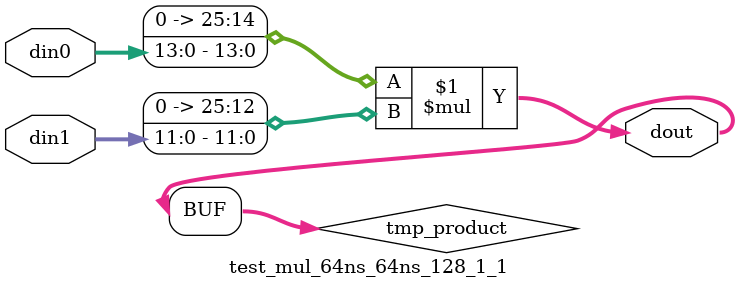
<source format=v>

`timescale 1 ns / 1 ps

  module test_mul_64ns_64ns_128_1_1(din0, din1, dout);
parameter ID = 1;
parameter NUM_STAGE = 0;
parameter din0_WIDTH = 14;
parameter din1_WIDTH = 12;
parameter dout_WIDTH = 26;

input [din0_WIDTH - 1 : 0] din0; 
input [din1_WIDTH - 1 : 0] din1; 
output [dout_WIDTH - 1 : 0] dout;

wire signed [dout_WIDTH - 1 : 0] tmp_product;










assign tmp_product = $signed({1'b0, din0}) * $signed({1'b0, din1});











assign dout = tmp_product;







endmodule

</source>
